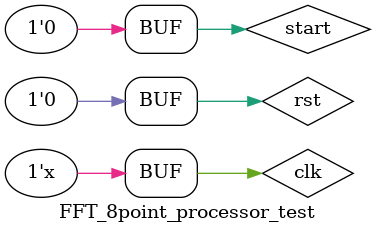
<source format=v>
`timescale 1ns / 1ps


module FFT_8point_processor_test;

	// Inputs
	reg start;
	reg clk;
	reg rst;

	// Outputs
	wire [15:0] r;
	wire [15:0] i;

	// Instantiate the Unit Under Test (UUT)
	FFT_8point_processor uut (
		.start(start), 
		.clk(clk), 
		.rst(rst), 
		.r(r), 
		.i(i)
	);

		always #10 clk=~clk;
	initial begin
		// Initialize Inputs
		start = 0;
		clk = 0;
		rst = 0;
		#160;
		start=1;
		#15;
		start=0;
        
		// Add stimulus here

	end
      
endmodule


</source>
